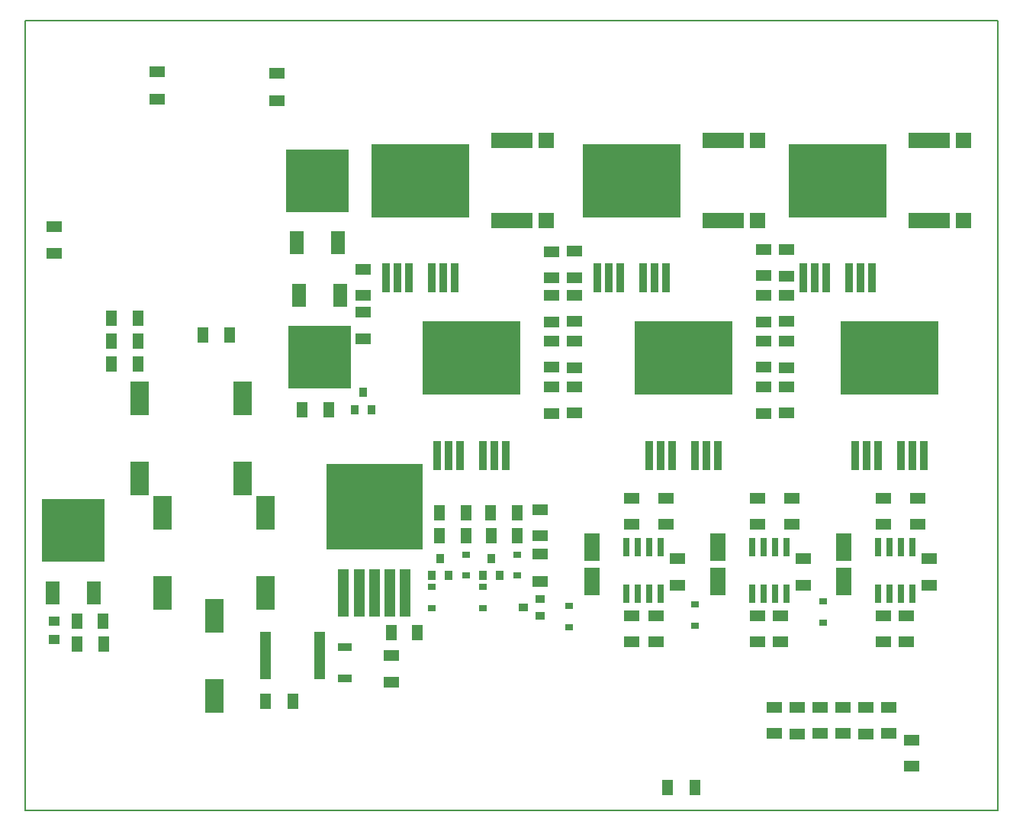
<source format=gbr>
G04 PROTEUS GERBER X2 FILE*
%TF.GenerationSoftware,Labcenter,Proteus,8.7-SP3-Build25561*%
%TF.CreationDate,2021-06-30T06:14:37+00:00*%
%TF.FileFunction,Paste,Top*%
%TF.FilePolarity,Positive*%
%TF.Part,Single*%
%TF.SameCoordinates,{77f9167f-24a0-473a-9e88-04ab24b8f88e}*%
%FSLAX45Y45*%
%MOMM*%
G01*
%TA.AperFunction,Material*%
%ADD88R,0.914400X3.200400*%
%ADD89R,10.795000X8.153400*%
%TA.AperFunction,Material*%
%ADD90R,4.572000X1.651000*%
%ADD91R,1.651000X1.651000*%
%TA.AperFunction,Material*%
%ADD92R,6.985000X6.985000*%
%ADD93R,1.524000X2.540000*%
%TA.AperFunction,Material*%
%ADD94R,2.032000X3.810000*%
%ADD95R,1.270000X1.016000*%
%ADD96R,1.143000X1.803400*%
%TA.AperFunction,Material*%
%ADD97R,1.143000X5.207000*%
%ADD98R,10.744200X9.550400*%
%TA.AperFunction,Material*%
%ADD99R,1.193800X5.308600*%
%ADD100R,1.524000X0.889000*%
%ADD101R,1.803400X1.143000*%
%TA.AperFunction,Material*%
%ADD102R,0.889000X1.016000*%
%TA.AperFunction,Material*%
%ADD103R,0.635000X2.032000*%
%TA.AperFunction,Material*%
%ADD104R,1.651000X3.048000*%
%ADD105R,0.889000X0.635000*%
%TA.AperFunction,Material*%
%ADD106R,1.016000X0.889000*%
%TA.AperFunction,Profile*%
%ADD41C,0.203200*%
%TD.AperFunction*%
D88*
X+3492500Y-2476500D03*
X+3619500Y-2476500D03*
X+3746500Y-2476500D03*
X+4000500Y-2476500D03*
X+4127500Y-2476500D03*
X+4254500Y-2476500D03*
D89*
X+3873500Y-1397000D03*
D88*
X+5270500Y-508000D03*
X+5397500Y-508000D03*
X+5524500Y-508000D03*
X+5778500Y-508000D03*
X+5905500Y-508000D03*
X+6032500Y-508000D03*
D89*
X+5651500Y+571500D03*
D88*
X+5842000Y-2476500D03*
X+5969000Y-2476500D03*
X+6096000Y-2476500D03*
X+6350000Y-2476500D03*
X+6477000Y-2476500D03*
X+6604000Y-2476500D03*
D89*
X+6223000Y-1397000D03*
D88*
X+7556500Y-508000D03*
X+7683500Y-508000D03*
X+7810500Y-508000D03*
X+8064500Y-508000D03*
X+8191500Y-508000D03*
X+8318500Y-508000D03*
D89*
X+7937500Y+571500D03*
D88*
X+8128000Y-2476500D03*
X+8255000Y-2476500D03*
X+8382000Y-2476500D03*
X+8636000Y-2476500D03*
X+8763000Y-2476500D03*
X+8890000Y-2476500D03*
D89*
X+8509000Y-1397000D03*
D88*
X+2921000Y-508000D03*
X+3048000Y-508000D03*
X+3175000Y-508000D03*
X+3429000Y-508000D03*
X+3556000Y-508000D03*
X+3683000Y-508000D03*
D89*
X+3302000Y+571500D03*
D90*
X+6667500Y+1016000D03*
X+6667500Y+127000D03*
D91*
X+7048500Y+127000D03*
X+7048500Y+1016000D03*
D90*
X+8953500Y+1016000D03*
X+8953500Y+127000D03*
D91*
X+9334500Y+127000D03*
X+9334500Y+1016000D03*
D90*
X+4318000Y+1016000D03*
X+4318000Y+127000D03*
D91*
X+4699000Y+127000D03*
X+4699000Y+1016000D03*
D92*
X+2184400Y-1389380D03*
D93*
X+2413000Y-698500D03*
X+1955800Y-698500D03*
D92*
X+2159000Y+571500D03*
D93*
X+1930400Y-119380D03*
X+2387600Y-119380D03*
D94*
X+1333500Y-2730500D03*
X+1333500Y-1841500D03*
X+190500Y-2730500D03*
X+190500Y-1841500D03*
D92*
X-546100Y-3309620D03*
D93*
X-774700Y-4000500D03*
X-317500Y-4000500D03*
D95*
X-762000Y-4518000D03*
X-762000Y-4318000D03*
D96*
X-508000Y-4318000D03*
X-218000Y-4318000D03*
D94*
X+444500Y-3111500D03*
X+444500Y-4000500D03*
D97*
X+2453640Y-4000500D03*
X+2623820Y-4000500D03*
X+2794000Y-4000500D03*
X+2964180Y-4000500D03*
X+3134360Y-4000500D03*
D98*
X+2794000Y-3048000D03*
D99*
X+2187500Y-4699000D03*
X+1587500Y-4699000D03*
D100*
X+2469837Y-4946337D03*
X+2469837Y-4606337D03*
D94*
X+1587500Y-3111500D03*
X+1587500Y-4000500D03*
D96*
X-508000Y-4572000D03*
X-208000Y-4572000D03*
D101*
X+2984500Y-4699000D03*
X+2984500Y-4989000D03*
D96*
X+3274500Y-4445000D03*
X+2984500Y-4445000D03*
X+173000Y-1460500D03*
X-127000Y-1460500D03*
X+173000Y-952500D03*
X-127000Y-952500D03*
X+173000Y-1206500D03*
X-127000Y-1206500D03*
D101*
X+381000Y+1778000D03*
X+381000Y+1478000D03*
X+1714500Y+1760500D03*
X+1714500Y+1460500D03*
D96*
X+889000Y-1143000D03*
X+1189000Y-1143000D03*
D101*
X+2667000Y-698500D03*
X+2667000Y-408500D03*
D96*
X+2286000Y-1968500D03*
X+1996000Y-1968500D03*
D101*
X+2667000Y-1179000D03*
X+2667000Y-889000D03*
D102*
X+2667000Y-1778000D03*
X+2573020Y-1968500D03*
X+2760980Y-1968500D03*
D96*
X+1887500Y-5207000D03*
X+1587500Y-5207000D03*
D101*
X+6032500Y-2948500D03*
X+6032500Y-3238500D03*
X+5651500Y-2948500D03*
X+5651500Y-3238500D03*
D103*
X+5588000Y-4013200D03*
X+5715000Y-4013200D03*
X+5842000Y-4013200D03*
X+5969000Y-4013200D03*
X+5969000Y-3492500D03*
X+5842000Y-3492500D03*
X+5715000Y-3492500D03*
X+5588000Y-3492500D03*
X+6985000Y-4013200D03*
X+7112000Y-4013200D03*
X+7239000Y-4013200D03*
X+7366000Y-4013200D03*
X+7366000Y-3492500D03*
X+7239000Y-3492500D03*
X+7112000Y-3492500D03*
X+6985000Y-3492500D03*
X+8382000Y-4013200D03*
X+8509000Y-4013200D03*
X+8636000Y-4013200D03*
X+8763000Y-4013200D03*
X+8763000Y-3492500D03*
X+8636000Y-3492500D03*
X+8509000Y-3492500D03*
X+8382000Y-3492500D03*
D101*
X+7048500Y-2948500D03*
X+7048500Y-3238500D03*
D104*
X+5207000Y-3492500D03*
X+5207000Y-3873500D03*
X+6604000Y-3492500D03*
X+6604000Y-3873500D03*
X+8001000Y-3492500D03*
X+8001000Y-3873500D03*
D105*
X+4953000Y-4381500D03*
X+4953000Y-4146550D03*
X+6350000Y-4362450D03*
X+6350000Y-4127500D03*
X+7778750Y-4330700D03*
X+7778750Y-4095750D03*
D101*
X+6159500Y-3619500D03*
X+6159500Y-3919500D03*
X+7556500Y-3619500D03*
X+7556500Y-3919500D03*
X+8953500Y-3619500D03*
X+8953500Y-3919500D03*
X+7429500Y-2948500D03*
X+7429500Y-3238500D03*
X+8445500Y-2948500D03*
X+8445500Y-3238500D03*
X+8826500Y-2948500D03*
X+8826500Y-3238500D03*
X+5651500Y-4544500D03*
X+5651500Y-4254500D03*
X+5923000Y-4544500D03*
X+5923000Y-4254500D03*
X+7048500Y-4544500D03*
X+7048500Y-4254500D03*
X+5016500Y-698500D03*
X+5016500Y-988500D03*
X+4762500Y-218000D03*
X+4762500Y-508000D03*
X+5016500Y-1714500D03*
X+5016500Y-2004500D03*
X+4762500Y-1206500D03*
X+4762500Y-1496500D03*
X+5016500Y-208000D03*
X+5016500Y-508000D03*
X+4762500Y-698500D03*
X+4762500Y-998500D03*
X+5016500Y-1206500D03*
X+5016500Y-1506500D03*
X+4762500Y-1714500D03*
X+4762500Y-2014500D03*
X+7366000Y-190500D03*
X+7366000Y-490500D03*
X+7112000Y-698500D03*
X+7112000Y-998500D03*
X+7366000Y-1206500D03*
X+7366000Y-1506500D03*
X+7112000Y-1714500D03*
X+7112000Y-2014500D03*
X+7366000Y-698500D03*
X+7366000Y-988500D03*
X+7112000Y-190500D03*
X+7112000Y-480500D03*
X+7366000Y-1714500D03*
X+7366000Y-2004500D03*
X+7112000Y-1206500D03*
X+7112000Y-1496500D03*
D102*
X+3522980Y-3619500D03*
X+3429000Y-3810000D03*
X+3616960Y-3810000D03*
X+4094480Y-3619500D03*
X+4000500Y-3810000D03*
X+4188460Y-3810000D03*
D106*
X+4445000Y-4160520D03*
X+4635500Y-4254500D03*
X+4635500Y-4066540D03*
D105*
X+3810000Y-3575050D03*
X+3810000Y-3810000D03*
X+3429000Y-3937000D03*
X+3429000Y-4171950D03*
X+4381500Y-3575050D03*
X+4381500Y-3810000D03*
X+4000500Y-3937000D03*
X+4000500Y-4171950D03*
D96*
X+3520000Y-3365500D03*
X+3810000Y-3365500D03*
X+3520000Y-3111500D03*
X+3810000Y-3111500D03*
X+4381500Y-3365500D03*
X+4091500Y-3365500D03*
D101*
X+4635500Y-3075500D03*
X+4635500Y-3365500D03*
X+4635500Y-3873500D03*
X+4635500Y-3573500D03*
D96*
X+4381500Y-3111500D03*
X+4081500Y-3111500D03*
D101*
X+8699500Y-4544500D03*
X+8699500Y-4254500D03*
D94*
X+1016000Y-5143500D03*
X+1016000Y-4254500D03*
D96*
X+6350000Y-6159500D03*
X+6050000Y-6159500D03*
D101*
X+8245500Y-5570500D03*
X+8245500Y-5270500D03*
X+7483500Y-5570499D03*
X+7483500Y-5270500D03*
X-762000Y+63500D03*
X-762000Y-236500D03*
X+7302500Y-4544500D03*
X+7302500Y-4254500D03*
X+8445500Y-4544500D03*
X+8445500Y-4254500D03*
X+8753500Y-5635301D03*
X+8753500Y-5925301D03*
X+7991500Y-5270500D03*
X+7991500Y-5560500D03*
X+7737500Y-5270500D03*
X+7737500Y-5560500D03*
X+8499500Y-5270500D03*
X+8499500Y-5560500D03*
X+7229500Y-5270500D03*
X+7229500Y-5560500D03*
D41*
X-1079500Y-6413500D02*
X+9715500Y-6413500D01*
X+9715500Y+2349500D01*
X-1079500Y+2349500D01*
X-1079500Y-6413500D01*
M02*

</source>
